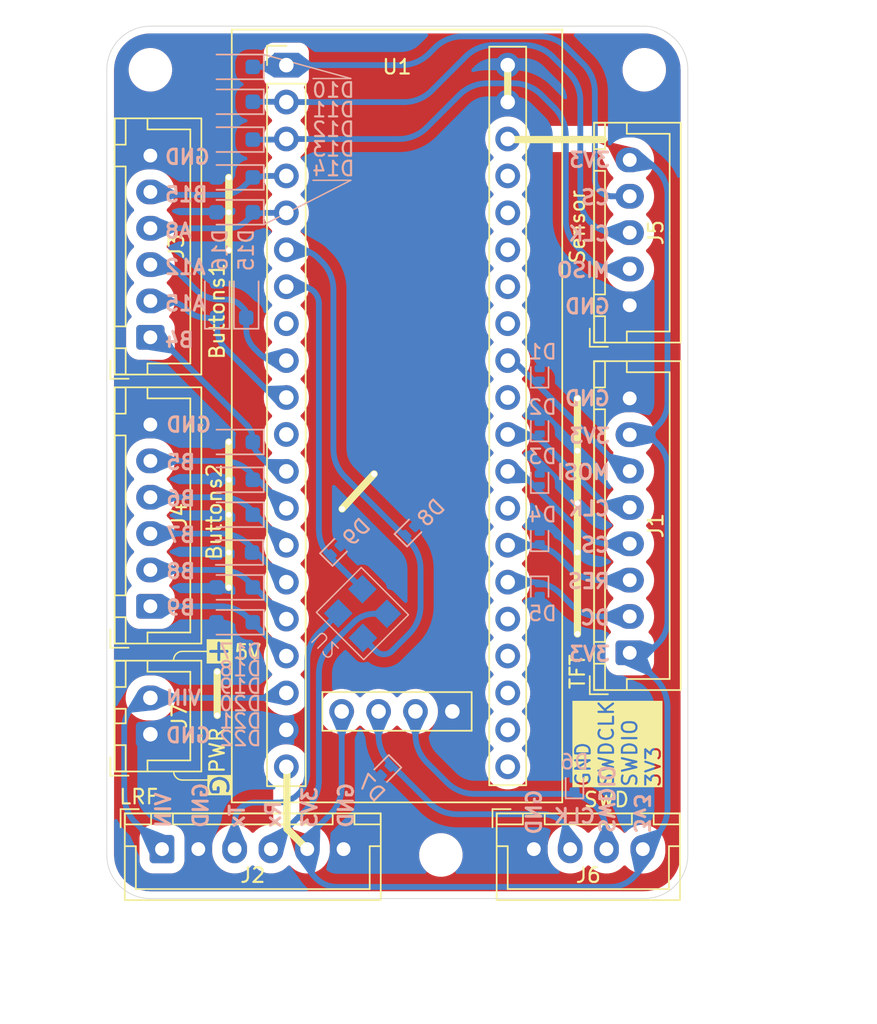
<source format=kicad_pcb>
(kicad_pcb (version 20241229) (generator "pcbnew") (generator_version "9.0")
  (layers (0 "F.Cu" signal) (2 "B.Cu" signal) (13 "F.Paste" user) (15 "B.Paste" user) (5 "F.SilkS" user "F.Silkscreen") (7 "B.SilkS" user "B.Silkscreen") (1 "F.Mask" user) (3 "B.Mask" user) (25 "Edge.Cuts" user))
  (net 0 "")
  (net 1 "GND")
  (net 2 "VIN")
  (net 3 "BTN-B7")
  (net 4 "BTN-B5")
  (net 5 "BTN-B9")
  (net 6 "MOSI-A7")
  (net 7 "CS-A4")
  (net 8 "MISO-B14")
  (net 9 "BTN-A15")
  (net 10 "CS-B12")
  (net 11 "BTN-A8")
  (net 12 "RES-A2")
  (net 13 "Tx-A9")
  (net 14 "DC-A1")
  (net 15 "Rx-A10")
  (net 16 "CLK-B13")
  (net 17 "BTN-B6")
  (net 18 "BTN-B8")
  (net 19 "CLK-A5")
  (net 20 "Net-(J2-Pin_4)")
  (net 21 "Net-(J2-Pin_3)")
  (net 31 "En-3.3v")
  (net 32 "SWDCLK")
  (net 33 "SWDIO")
  (net 34 "BTN-B4")
  (net 36 "BTN-A12")
  (net 39 "BTN-B15")
  (footprint "Connector_JST:JST_XH_B6B-XH-A_1x06_P2.50mm_Vertical" (layer "F.Cu") (at 63.6 76.4)
    (property "Reference" "J2")
    (property "Value" "Conn_01x06" (hide yes))
  )
  (footprint "Connector_JST:JST_XH_B8B-XH-A_1x08_P2.50mm_Vertical" (layer "F.Cu") (at 95.8 62.9 90)
    (property "Reference" "J1")
    (property "Value" "Conn_01x08" (hide yes))
  )
  (footprint "Connector_JST:JST_XH_B6B-XH-A_1x06_P2.50mm_Vertical" (layer "F.Cu") (at 62.8 59.7 90)
    (property "Reference" "J4")
    (property "Value" "Conn_01x06" (hide yes))
  )
  (footprint "MountingHole:MountingHole_2.5mm" (layer "F.Cu") (at 96.8 22.8)
    (property "Reference" "H2" (hide yes))
    (property "Value" "MountingHole" (hide yes))
  )
  (footprint "STM32_Developing_boards:YAAJ BluePill_SWD_2" (layer "F.Cu") (at 72.16 22.48)
    (property "Reference" "U1")
    (property "Value" "YAAJ_BluePill_SWD_Breakout" (hide yes))
  )
  (footprint "Connector_JST:JST_XH_B5B-XH-A_1x05_P2.50mm_Vertical" (layer "F.Cu") (at 95.8 39 90)
    (property "Reference" "J5")
    (property "Value" "Conn_01x05" (hide yes))
  )
  (footprint "MountingHole:MountingHole_2.5mm" (layer "F.Cu") (at 82.8 76.8)
    (property "Reference" "H3" (hide yes))
    (property "Value" "MountingHole" (hide yes))
  )
  (footprint "Connector_JST:JST_XH_B6B-XH-A_1x06_P2.50mm_Vertical" (layer "F.Cu") (at 62.8 41.2 90)
    (property "Reference" "J3")
    (property "Value" "Conn_01x06" (hide yes))
  )
  (footprint "MountingHole:MountingHole_2.5mm" (layer "F.Cu") (at 62.8 22.8)
    (property "Reference" "H1" (hide yes))
    (property "Value" "MountingHole" (hide yes))
  )
  (footprint "Connector_JST:JST_XH_B2B-XH-A_1x02_P2.50mm_Vertical" (layer "F.Cu") (at 62.8 68.5 90)
    (property "Reference" "J7")
    (property "Value" "Conn_01x02" (hide yes))
  )
  (footprint "Connector_JST:JST_XH_B4B-XH-A_1x04_P2.50mm_Vertical" (layer "F.Cu") (at 89.2 76.4)
    (property "Reference" "J6")
    (property "Value" "Conn_01x04" (hide yes))
  )
  (footprint "Diode_SMD:D_SOD-882D" (layer "B.Cu") (at 89.6 55 90)
    (property "Reference" "D4")
    (property "Value" "LESD8D3.3N3T5G" (hide yes))
  )
  (footprint "Poka Yoke rxtx:poka-yoke_rxtx" (layer "B.Cu") (at 75.195595 61.980141 -45)
    (property "Reference" "U2")
    (property "Value" "Poka Yoke" (hide yes))
  )
  (footprint "Diode_SMD:D_SOD-323_HandSoldering" (layer "B.Cu") (at 68.6 51 180)
    (property "Reference" "D18")
    (property "Value" "CESD5V0D3" (hide yes))
  )
  (footprint "Diode_SMD:D_SOD-323_HandSoldering" (layer "B.Cu") (at 68.55 56 180)
    (property "Reference" "D20")
    (property "Value" "CESD5V0D3" (hide yes))
  )
  (footprint "Diode_SMD:D_SOD-882D" (layer "B.Cu") (at 89.6 47.45 90)
    (property "Reference" "D2")
    (property "Value" "LESD8D3.3N3T5G" (hide yes))
  )
  (footprint "Diode_SMD:D_SOD-882D" (layer "B.Cu") (at 89.6 58.55 -90)
    (property "Reference" "D5")
    (property "Value" "LESD8D3.3N3T5G" (hide yes))
  )
  (footprint "Diode_SMD:D_SOD-323_HandSoldering" (layer "B.Cu") (at 68.6 48.4 180)
    (property "Reference" "D17")
    (property "Value" "CESD5V0D3" (hide yes))
  )
  (footprint "Diode_SMD:D_SOD-323_HandSoldering" (layer "B.Cu") (at 68.6 22.6 180)
    (property "Reference" "D10")
    (property "Value" "CESD5V0D3" (hide yes))
  )
  (footprint "Diode_SMD:D_SOD-882D" (layer "B.Cu") (at 89.6 43.75 90)
    (property "Reference" "D1")
    (property "Value" "LESD8D3.3N3T5G" (hide yes))
  )
  (footprint "Diode_SMD:D_SOD-882D" (layer "B.Cu") (at 80.682843 54.517157 45)
    (property "Reference" "D8")
    (property "Value" "LESD8D3.3N3T5G" (hide yes))
  )
  (footprint "Diode_SMD:D_SOD-323_HandSoldering" (layer "B.Cu") (at 68.6 27.6 180)
    (property "Reference" "D12")
    (property "Value" "CESD5V0D3" (hide yes))
  )
  (footprint "Diode_SMD:D_SOD-882D" (layer "B.Cu") (at 75.552513 55.847487 45)
    (property "Reference" "D9")
    (property "Value" "LESD8D3.3N3T5G" (hide yes))
  )
  (footprint "Diode_SMD:D_SOD-323_HandSoldering" (layer "B.Cu") (at 67.4 38.6 90)
    (property "Reference" "D16")
    (property "Value" "CESD5V0D3" (hide yes))
  )
  (footprint "Diode_SMD:D_SOD-882D" (layer "B.Cu") (at 79 71 -135)
    (property "Reference" "D7")
    (property "Value" "LESD8D3.3N3T5G" (hide yes))
  )
  (footprint "Diode_SMD:D_SOD-323_HandSoldering" (layer "B.Cu") (at 68.6 60.8 180)
    (property "Reference" "D22")
    (property "Value" "CESD5V0D3" (hide yes))
  )
  (footprint "Diode_SMD:D_SOD-323_HandSoldering" (layer "B.Cu") (at 68.6 32.6 180)
    (property "Reference" "D14")
    (property "Value" "CESD5V0D3" (hide yes))
  )
  (footprint "Diode_SMD:D_SOD-882D" (layer "B.Cu") (at 89.6 51 90)
    (property "Reference" "D3")
    (property "Value" "LESD8D3.3N3T5G" (hide yes))
  )
  (footprint "Diode_SMD:D_SOD-323_HandSoldering" (layer "B.Cu") (at 68.6 53.4 180)
    (property "Reference" "D19")
    (property "Value" "CESD5V0D3" (hide yes))
  )
  (footprint "Diode_SMD:D_SOD-323_HandSoldering" (layer "B.Cu") (at 68.6 25 180)
    (property "Reference" "D11")
    (property "Value" "CESD5V0D3" (hide yes))
  )
  (footprint "Diode_SMD:D_SOD-323_HandSoldering" (layer "B.Cu") (at 68.6 30.2 180)
    (property "Reference" "D13")
    (property "Value" "CESD5V0D3" (hide yes))
  )
  (footprint "Diode_SMD:D_SOD-882D" (layer "B.Cu") (at 92 72 90)
    (property "Reference" "D6")
    (property "Value" "LESD8D3.3N3T5G" (hide yes))
  )
  (footprint "Diode_SMD:D_SOD-323_HandSoldering" (layer "B.Cu") (at 69.4 38.6 90)
    (property "Reference" "D15")
    (property "Value" "CESD5V0D3" (hide yes))
  )
  (footprint "Diode_SMD:D_SOD-323_HandSoldering" (layer "B.Cu") (at 68.6 58.4 180)
    (property "Reference" "D21")
    (property "Value" "CESD5V0D3" (hide yes))
  )
  (gr_line (start 92.2 45.4) (end 92.2 61.6) (stroke (width 0.5)) (layer "F.SilkS"))
  (gr_arc (start 65 71.65) (mid 64.575736 71.474264) (end 64.4 71.05) (stroke (width 0.1)) (layer "F.SilkS"))
  (gr_line (start 76 53) (end 78.2 50.6) (stroke (width 0.5)) (layer "F.SilkS"))
  (gr_line (start 66.8 71.65) (end 65 71.65) (stroke (width 0.1)) (layer "F.SilkS"))
  (gr_line (start 87.4 27.6) (end 94 27.6) (stroke (width 0.5)) (layer "F.SilkS"))
  (gr_line (start 72.2 75) (end 73.6 76.4) (stroke (width 0.5)) (layer "F.SilkS"))
  (gr_line (start 68.2 30.2) (end 68.2 35.2) (stroke (width 0.5)) (layer "F.SilkS"))
  (gr_line (start 67.4 67.2) (end 67.4 64.2) (stroke (width 0.5)) (layer "F.SilkS"))
  (gr_line (start 72.2 70.8) (end 72.2 75) (stroke (width 0.5)) (layer "F.SilkS"))
  (gr_line (start 87.4 22.4) (end 87.4 25) (stroke (width 0.5)) (layer "F.SilkS"))
  (gr_line (start 68.2 48.4) (end 68.2 58.4) (stroke (width 0.5)) (layer "F.SilkS"))
  (gr_line (start 66.8 62.8) (end 65 62.8) (stroke (width 0.1)) (layer "F.SilkS"))
  (gr_arc (start 64.4 63.4) (mid 64.575736 62.975736) (end 65 62.8) (stroke (width 0.1)) (layer "F.SilkS"))
  (gr_line (start 76.6 30.4) (end 74 30.4) (stroke (width 0.1)) (layer "B.SilkS"))
  (gr_line (start 70.61 33.45) (end 76.6 30.4) (stroke (width 0.1)) (layer "B.SilkS"))
  (gr_line (start 76.6 23.4) (end 74 23.4) (stroke (width 0.1)) (layer "B.SilkS"))
  (gr_line (start 70.61 21.75) (end 76.6 23.4) (stroke (width 0.1)) (layer "B.SilkS"))
  (gr_line (start 96.8 79.8) (end 62.8 79.8) (stroke (width 0.05)) (layer "Edge.Cuts"))
  (gr_line (start 62.8 19.8) (end 96.8 19.8) (stroke (width 0.05)) (layer "Edge.Cuts"))
  (gr_arc (start 62.8 79.8) (mid 60.67868 78.92132) (end 59.8 76.8) (stroke (width 0.05)) (layer "Edge.Cuts"))
  (gr_arc (start 99.8 76.8) (mid 98.92132 78.92132) (end 96.8 79.8) (stroke (width 0.05)) (layer "Edge.Cuts"))
  (gr_arc (start 96.8 19.8) (mid 98.92132 20.67868) (end 99.8 22.8) (stroke (width 0.05)) (layer "Edge.Cuts"))
  (gr_arc (start 59.8 22.8) (mid 60.67868 20.67868) (end 62.8 19.8) (stroke (width 0.05)) (layer "Edge.Cuts"))
  (gr_line (start 99.8 22.8) (end 99.8 76.8) (stroke (width 0.05)) (layer "Edge.Cuts"))
  (gr_line (start 59.8 76.8) (end 59.8 22.8) (stroke (width 0.05)) (layer "Edge.Cuts"))
  (gr_text "GND\nSWDCLK\nSWDIO\n3V3" (at 95 72.2 90) (layer "F.SilkS" knockout) (effects (font (size 1 1)) (justify left)))
  (gr_text "+" (at 67.4 62.8 90) (layer "F.SilkS" knockout) (effects (font (size 1.5 1.5) (thickness 0.2) (bold yes))))
  (gr_text "5V" (at 69.5 62.85 0) (layer "F.SilkS") (effects (font (size 1 1))))
  (gr_text "G" (at 67.5 72 270) (layer "F.SilkS" knockout) (effects (font (size 1.2 1.5) (thickness 0.2) (bold yes))))
  (gr_text "B9" (at 66 60.378 -0) (layer "B.SilkS") (effects (font (size 1 1) (thickness 0.2) (bold yes)) (justify left bottom mirror)))
  (gr_text "GND" (at 67 28.8 0) (layer "B.SilkS") (effects (font (size 1 1) (thickness 0.2) (bold yes)) (justify left mirror)))
  (gr_text "CLK" (at 94.5464 34.664 0) (layer "B.SilkS") (effects (font (size 1 1) (thickness 0.2) (bold yes)) (justify left bottom mirror)))
  (gr_text "MISO" (at 94.5464 37.164 0) (layer "B.SilkS") (effects (font (size 1 1) (thickness 0.2) (bold yes)) (justify left bottom mirror)))
  (gr_text "3V3" (at 94.5464 29 -0) (layer "B.SilkS") (effects (font (size 1 1) (thickness 0.2) (bold yes)) (justify left mirror)))
  (gr_text "SWDIO" (at 93.6 75.4 270) (layer "B.SilkS") (effects (font (size 1 1) (thickness 0.2) (bold yes)) (justify left bottom mirror)))
  (gr_text "3V3" (at 94.5464 63.564 0) (layer "B.SilkS") (effects (font (size 1 1) (thickness 0.2) (bold yes)) (justify left bottom mirror)))
  (gr_text "CS\n" (at 94.5464 56.064 0) (layer "B.SilkS") (effects (font (size 1 1) (thickness 0.2) (bold yes)) (justify left bottom mirror)))
  (gr_text "B7" (at 66 55.378 -0) (layer "B.SilkS") (effects (font (size 1 1) (thickness 0.2) (bold yes)) (justify left bottom mirror)))
  (gr_text "VIN" (at 66.4 66 -0) (layer "B.SilkS") (effects (font (size 1 1) (thickness 0.2) (bold yes)) (justify left mirror)))
  (gr_text "RES" (at 94.5464 58.564 0) (layer "B.SilkS") (effects (font (size 1 1) (thickness 0.2) (bold yes)) (justify left bottom mirror)))
  (gr_text "GND" (at 67.095238 47.214 0) (layer "B.SilkS") (effects (font (size 1 1) (thickness 0.2) (bold yes)) (justify left mirror)))
  (gr_text "A8" (at 65.761905 34.464 -0) (layer "B.SilkS") (effects (font (size 1 1) (thickness 0.2) (bold yes)) (justify left bottom mirror)))
  (gr_text "CS" (at 94.5464 32.164 0) (layer "B.SilkS") (effects (font (size 1 1) (thickness 0.2) (bold yes)) (justify left bottom mirror)))
  (gr_text "GND" (at 66.852381 71.733333 90) (layer "B.SilkS") (effects (font (size 1 1) (thickness 0.2) (bold yes)) (justify left bottom mirror)))
  (gr_text "3V3" (at 94.5464 48.564 0) (layer "B.SilkS") (effects (font (size 1 1) (thickness 0.2) (bold yes)) (justify left bottom mirror)))
  (gr_text "MOSI" (at 94.5464 51.064 0) (layer "B.SilkS") (effects (font (size 1 1) (thickness 0.2) (bold yes)) (justify left bottom mirror)))
  (gr_text "B8" (at 66 57.878 -0) (layer "B.SilkS") (effects (font (size 1 1) (thickness 0.2) (bold yes)) (justify left bottom mirror)))
  (gr_text "A12" (at 66.714286 36.964 -0) (layer "B.SilkS") (effects (font (size 1 1) (thickness 0.2) (bold yes)) (justify left bottom mirror)))
  (gr_text "B15" (at 66.857143 31.964 -0) (layer "B.SilkS") (effects (font (size 1 1) (thickness 0.2) (bold yes)) (justify left bottom mirror)))
  (gr_text "CLK" (at 94.5464 53.564 0) (layer "B.SilkS") (effects (font (size 1 1) (thickness 0.2) (bold yes)) (justify left bottom mirror)))
  (gr_text "3v3" (at 96.036 75.4 270) (layer "B.SilkS") (effects (font (size 1 1) (thickness 0.2) (bold yes)) (justify left bottom mirror)))
  (gr_text "B6" (at 66 52.878 -0) (layer "B.SilkS") (effects (font (size 1 1) (thickness 0.2) (bold yes)) (justify left bottom mirror)))
  (gr_text "VIN" (at 63.688381 72.4 90) (layer "B.SilkS") (effects (font (size 1 1) (thickness 0.2) (bold yes)) (justify left mirror)))
  (gr_text "CLK" (at 93.54106 74.728 0) (layer "B.SilkS") (effects (font (size 1 1) (thickness 0.2) (bold yes)) (justify left bottom mirror)))
  (gr_text "B5" (at 66 50.378 -0) (layer "B.SilkS") (effects (font (size 1 1) (thickness 0.2) (bold yes)) (justify left bottom mirror)))
  (gr_text "GND" (at 94.5464 39.664 -0) (layer "B.SilkS") (effects (font (size 1 1) (thickness 0.2) (bold yes)) (justify left bottom mirror)))
  (gr_text "B4" (at 65.904762 41.964 -0) (layer "B.SilkS") (effects (font (size 1 1) (thickness 0.2) (bold yes)) (justify left bottom mirror)))
  (gr_text "DC" (at 94.5464 61.064 0) (layer "B.SilkS") (effects (font (size 1 1) (thickness 0.2) (bold yes)) (justify left bottom mirror)))
  (gr_text "Rx" (at 71.852381 72.971428 90) (layer "B.SilkS") (effects (font (size 1 1) (thickness 0.2) (bold yes)) (justify left bottom mirror)))
  (gr_text "A15" (at 66.714286 39.464 -0) (layer "B.SilkS") (effects (font (size 1 1) (thickness 0.2) (bold yes)) (justify left bottom mirror)))
  (gr_text "GND" (at 89.8 72.2 90) (layer "B.SilkS") (effects (font (size 1 1) (thickness 0.2) (bold yes)) (justify left bottom mirror)))
  (gr_text "GND" (at 67.066667 69.164 -0) (layer "B.SilkS") (effects (font (size 1 1) (thickness 0.2) (bold yes)) (justify left bottom mirror)))
  (gr_text "GND\n" (at 94.5464 45.4 0) (layer "B.SilkS") (effects (font (size 1 1) (thickness 0.2) (bold yes)) (justify left mirror)))
  (gr_text "Tx" (at 69.352381 73.209523 90) (layer "B.SilkS") (effects (font (size 1 1) (thickness 0.2) (bold yes)) (justify left bottom mirror)))
  (gr_text "GND" (at 76.852381 71.733333 90) (layer "B.SilkS") (effects (font (size 1 1) (thickness 0.2) (bold yes)) (justify left bottom mirror)))
  (gr_text "3V3" (at 74.352381 72.019047 90) (layer "B.SilkS") (effects (font (size 1 1) (thickness 0.2) (bold yes)) (justify left bottom mirror)))
  (segment (start 87.4 22.48) (end 87.4 25.02) (width 0.4) (layer "F.Cu") (net 1))
  (via (at 92.2 45.4) (size 0.7) (drill 0.4) (layers "F.Cu" "B.Cu") (net 1))
  (via (at 68.2 53.4) (size 0.7) (drill 0.4) (layers "F.Cu" "B.Cu") (net 1))
  (via (at 92.2 52.6) (size 0.7) (drill 0.4) (layers "F.Cu" "B.Cu") (net 1))
  (via (at 68.2 32.6) (size 0.7) (drill 0.4) (layers "F.Cu" "B.Cu") (net 1))
  (via (at 92.2 56) (size 0.7) (drill 0.4) (layers "F.Cu" "B.Cu") (net 1))
  (via (at 67.4 67.2) (size 0.7) (drill 0.4) (layers "F.Cu" "B.Cu") (net 1))
  (via (at 67.4 64.2) (size 0.7) (drill 0.4) (layers "F.Cu" "B.Cu") (net 1))
  (via (at 92.2 61.6) (size 0.7) (drill 0.4) (layers "F.Cu" "B.Cu") (net 1))
  (via (at 68.2 30.2) (size 0.7) (drill 0.4) (layers "F.Cu" "B.Cu") (net 1))
  (via (at 68.2 56) (size 0.7) (drill 0.4) (layers "F.Cu" "B.Cu") (net 1))
  (via (at 68.2 58.4) (size 0.7) (drill 0.4) (layers "F.Cu" "B.Cu") (net 1))
  (via (at 76 53) (size 0.7) (drill 0.4) (layers "F.Cu" "B.Cu") (net 1))
  (via (at 68.2 51) (size 0.7) (drill 0.4) (layers "F.Cu" "B.Cu") (net 1))
  (via (at 68.2 48.4) (size 0.7) (drill 0.4) (layers "F.Cu" "B.Cu") (net 1))
  (via (at 78.2 50.6) (size 0.7) (drill 0.4) (layers "F.Cu" "B.Cu") (net 1))
  (via (at 68.2 35.2) (size 0.7) (drill 0.4) (layers "F.Cu" "B.Cu") (net 1))
  (via (at 92.2 49) (size 0.7) (drill 0.4) (layers "F.Cu" "B.Cu") (net 1))
  (segment (start 90 27.375807) (end 90 35.273018) (width 0.4) (layer "B.Cu") (net 1))
  (segment (start 72.01 68.35) (end 72.16 68.2) (width 0.4) (layer "B.Cu") (net 1))
  (segment (start 66.1 72.926981) (end 66.1 76.4) (width 0.4) (layer "B.Cu") (net 1))
  (segment (start 93.726981 39) (end 95.8 39) (width 0.4) (layer "B.Cu") (net 1))
  (segment (start 60.8 30.193718) (end 60.8 46.175735) (width 0.4) (layer "B.Cu") (net 1))
  (segment (start 89.051335 25.451335) (end 89.31 25.71) (width 0.4) (layer "B.Cu") (net 1))
  (segment (start 62.2375 28.7) (end 62.8 28.7) (width 0.4) (layer "B.Cu") (net 1))
  (segment (start 61.824264 47.2) (end 62.8 47.2) (width 0.4) (layer "B.Cu") (net 1))
  (segment (start 90.796896 37.196896) (end 91.803103 38.203103) (width 0.4) (layer "B.Cu") (net 1))
  (segment (start 62.8 68.5) (end 65.303103 71.003103) (width 0.4) (layer "B.Cu") (net 1))
  (segment (start 62.8 68.5) (end 71.647867 68.5) (width 0.4) (layer "B.Cu") (net 1))
  (segment (start 95.8 39) (end 95.8 45.4) (width 0.4) (layer "B.Cu") (net 1))
  (segment (start 88.01 25.02) (end 87.4 25.02) (width 0.4) (layer "B.Cu") (net 1))
  (segment (start 61.237499 29.137499) (end 61.277252 29.097747) (width 0.4) (layer "B.Cu") (net 1))
  (arc (start 89.051335 25.451335) (mid 88.573566 25.1321) (end 88.01 25.02) (width 0.4) (layer "B.Cu") (net 1))
  (arc (start 90 27.375807) (mid 89.820674 26.474278) (end 89.31 25.71) (width 0.4) (layer "B.Cu") (net 1))
  (arc (start 91.803103 38.203103) (mid 92.685786 38.792893) (end 93.726981 39) (width 0.4) (layer "B.Cu") (net 1))
  (arc (start 90.796896 37.196896) (mid 90.207106 36.314213) (end 90 35.273018) (width 0.4) (layer "B.Cu") (net 1))
  (arc (start 60.8 30.193718) (mid 60.913702 29.622096) (end 61.237499 29.137499) (width 0.4) (layer "B.Cu") (net 1))
  (arc (start 61.824264 47.2) (mid 61.432295 47.122032) (end 61.1 46.9) (width 0.4) (layer "B.Cu") (net 1))
  (arc (start 65.303103 71.003103) (mid 65.892893 71.885786) (end 66.1 72.926981) (width 0.4) (layer "B.Cu") (net 1))
  (arc (start 71.647867 68.5) (mid 71.843852 68.461016) (end 72.01 68.35) (width 0.4) (layer "B.Cu") (net 1))
  (arc (start 61.1 46.9) (mid 60.877967 46.567704) (end 60.8 46.175735) (width 0.4) (layer "B.Cu") (net 1))
  (arc (start 62.2375 28.7) (mid 61.717817 28.803371) (end 61.277252 29.097747) (width 0.4) (layer "B.Cu") (net 1))
  (segment (start 62.5 66) (end 62.8 66) (width 0.4) (layer "B.Cu") (net 2))
  (segment (start 61 68.048528) (end 61 72.673018) (width 0.4) (layer "B.Cu") (net 2))
  (segment (start 71.579583 66) (end 63.4 66) (width 0.4) (layer "B.Cu") (net 2))
  (segment (start 61.987867 66.212132) (end 61.6 66.6) (width 0.4) (layer "B.Cu") (net 2))
  (segment (start 63.4 66) (end 62.8 66) (width 0.4) (layer "B.Cu") (net 2))
  (segment (start 71.99 65.83) (end 72.16 65.66) (width 0.4) (layer "B.Cu") (net 2))
  (segment (start 61.796896 74.596896) (end 63.6 76.4) (width 0.4) (layer "B.Cu") (net 2))
  (arc (start 61 72.673018) (mid 61.207106 73.714213) (end 61.796896 74.596896) (width 0.4) (layer "B.Cu") (net 2))
  (arc (start 71.99 65.83) (mid 71.801699 65.955818) (end 71.579583 66) (width 0.4) (layer "B.Cu") (net 2))
  (arc (start 61.987867 66.212132) (mid 62.222835 66.055131) (end 62.5 66) (width 0.4) (layer "B.Cu") (net 2))
  (arc (start 61 68.048528) (mid 61.155934 67.26459) (end 61.6 66.6) (width 0.4) (layer "B.Cu") (net 2))
  (segment (start 67.693018 54.7) (end 62.8 54.7) (width 0.4) (layer "B.Cu") (net 3))
  (segment (start 69.616896 55.496896) (end 72.16 58.04) (width 0.4) (layer "B.Cu") (net 3))
  (arc (start 69.616896 55.496896) (mid 68.734213 54.907106) (end 67.693018 54.7) (width 0.4) (layer "B.Cu") (net 3))
  (segment (start 69.696896 50.496896) (end 72.16 52.96) (width 0.4) (layer "B.Cu") (net 4))
  (segment (start 67.773018 49.7) (end 62.8 49.7) (width 0.4) (layer "B.Cu") (net 4))
  (arc (start 69.696896 50.496896) (mid 68.814213 49.907106) (end 67.773018 49.7) (width 0.4) (layer "B.Cu") (net 4))
  (segment (start 69.536896 60.496896) (end 72.16 63.12) (width 0.4) (layer "B.Cu") (net 5))
  (segment (start 67.613018 59.7) (end 62.8 59.7) (width 0.4) (layer "B.Cu") (net 5))
  (arc (start 69.536896 60.496896) (mid 68.654213 59.907106) (end 67.613018 59.7) (width 0.4) (layer "B.Cu") (net 5))
  (segment (start 95.258578 50.258578) (end 87.941421 42.941421) (width 0.4) (layer "B.Cu") (net 6))
  (segment (start 95.6 50.4) (end 95.8 50.4) (width 0.4) (layer "B.Cu") (net 6))
  (segment (start 87.6 42.8) (end 87.4 42.8) (width 0.4) (layer "B.Cu") (net 6))
  (arc (start 87.6 42.8) (mid 87.784775 42.836754) (end 87.941421 42.941421) (width 0.4) (layer "B.Cu") (net 6))
  (arc (start 95.258578 50.258578) (mid 95.415223 50.363245) (end 95.6 50.4) (width 0.4) (layer "B.Cu") (net 6))
  (segment (start 95.792928 55.4) (end 94.326981 55.4) (width 0.4) (layer "B.Cu") (net 7))
  (segment (start 95.805 55.405) (end 95.81 55.41) (width 0.4) (layer "B.Cu") (net 7))
  (segment (start 88.509913 50.709913) (end 92.403103 54.603103) (width 0.4) (layer "B.Cu") (net 7))
  (segment (start 87.81 50.42) (end 87.4 50.42) (width 0.4) (layer "B.Cu") (net 7))
  (arc (start 88.509913 50.709913) (mid 88.18879 50.495345) (end 87.81 50.42) (width 0.4) (layer "B.Cu") (net 7))
  (arc (start 95.792928 55.4) (mid 95.799461 55.401299) (end 95.805 55.405) (width 0.4) (layer "B.Cu") (net 7))
  (arc (start 92.403103 54.603103) (mid 93.285786 55.192893) (end 94.326981 55.4) (width 0.4) (layer "B.Cu") (net 7))
  (segment (start 81.836896 26.763103) (end 84.072103 24.527896) (width 0.4) (layer "B.Cu") (net 8))
  (segment (start 90.603103 25.403103) (end 89.727896 24.527896) (width 0.4) (layer "B.Cu") (net 8))
  (segment (start 91.4 27.326981) (end 91.4 33.073018) (width 0.4) (layer "B.Cu") (net 8))
  (segment (start 94.7 36.5) (end 95.7 36.5) (width 0.4) (layer "B.Cu") (net 8))
  (segment (start 92.992893 35.792893) (end 92.196896 34.996896) (width 0.4) (layer "B.Cu") (net 8))
  (segment (start 72.091715 27.6) (end 69.85 27.6) (width 0.4) (layer "B.Cu") (net 8))
  (segment (start 85.995981 23.731) (end 87.804018 23.731) (width 0.4) (layer "B.Cu") (net 8))
  (segment (start 79.913018 27.56) (end 72.188284 27.56) (width 0.4) (layer "B.Cu") (net 8))
  (arc (start 72.14 27.58) (mid 72.117846 27.594802) (end 72.091715 27.6) (width 0.4) (layer "B.Cu") (net 8))
  (arc (start 94.7 36.5) (mid 93.77612 36.316228) (end 92.992893 35.792893) (width 0.4) (layer "B.Cu") (net 8))
  (arc (start 72.14 27.58) (mid 72.162152 27.565197) (end 72.188284 27.56) (width 0.4) (layer "B.Cu") (net 8))
  (arc (start 79.913018 27.56) (mid 80.954213 27.352893) (end 81.836896 26.763103) (width 0.4) (layer "B.Cu") (net 8))
  (arc (start 89.727896 24.527896) (mid 88.845213 23.938106) (end 87.804018 23.731) (width 0.4) (layer "B.Cu") (net 8))
  (arc (start 91.4 27.326981) (mid 91.192893 26.285786) (end 90.603103 25.403103) (width 0.4) (layer "B.Cu") (net 8))
  (arc (start 84.072103 24.527896) (mid 84.954786 23.938106) (end 85.995981 23.731) (width 0.4) (layer "B.Cu") (net 8))
  (arc (start 91.4 33.073018) (mid 91.607106 34.114213) (end 92.196896 34.996896) (width 0.4) (layer "B.Cu") (net 8))
  (segment (start 71.75 45.34) (end 72.16 45.34) (width 0.4) (layer "B.Cu") (net 9))
  (segment (start 63.886827 38.7) (end 62.8 38.7) (width 0.4) (layer "B.Cu") (net 9))
  (segment (start 67.948007 41.948007) (end 71.050086 45.050086) (width 0.4) (layer "B.Cu") (net 9))
  (segment (start 65.301992 39.301992) (end 65.275 39.275) (width 0.4) (layer "B.Cu") (net 9))
  (arc (start 71.75 45.34) (mid 71.371209 45.264653) (end 71.050086 45.050086) (width 0.4) (layer "B.Cu") (net 9))
  (arc (start 67.4 40.625) (mid 67.542422 41.341006) (end 67.948007 41.948007) (width 0.4) (layer "B.Cu") (net 9))
  (arc (start 65.301992 39.301992) (mid 65.908993 39.707577) (end 66.625 39.85) (width 0.4) (layer "B.Cu") (net 9))
  (arc (start 65.275 39.275) (mid 64.6381 38.849437) (end 63.886827 38.7) (width 0.4) (layer "B.Cu") (net 9))
  (arc (start 67.4 40.625) (mid 67.173007 40.076992) (end 66.625 39.85) (width 0.4) (layer "B.Cu") (net 9))
  (segment (start 89.574018 20.501) (end 84.298999 20.501) (width 0.4) (layer "B.Cu") (net 10))
  (segment (start 71.955147 22.6) (end 69.85 22.6) (width 0.4) (layer "B.Cu") (net 10))
  (segment (start 93.6866 31.080849) (end 93.701841 31.098694) (width 0.4) (layer "B.Cu") (net 10))
  (segment (start 93.4 24.326981) (end 93.4 30.281556) (width 0.4) (layer "B.Cu") (net 10))
  (segment (start 82.375121 21.297896) (end 81.989914 21.683103) (width 0.4) (layer "B.Cu") (net 10))
  (segment (start 94.618442 31.5) (end 95.8 31.5) (width 0.4) (layer "B.Cu") (net 10))
  (segment (start 80.066036 22.48) (end 72.244852 22.48) (width 0.4) (layer "B.Cu") (net 10))
  (segment (start 93.402215 30.375357) (end 93.404057 30.398752) (width 0.4) (layer "B.Cu") (net 10))
  (segment (start 92.603103 22.403103) (end 91.497896 21.297896) (width 0.4) (layer "B.Cu") (net 10))
  (segment (start 93.801312 31.198151) (end 93.819157 31.213392) (width 0.4) (layer "B.Cu") (net 10))
  (segment (start 94.501248 31.495931) (end 94.524643 31.497772) (width 0.4) (layer "B.Cu") (net 10))
  (arc (start 94.225828 31.441142) (mid 94.181509 31.425773) (end 94.137828 31.408676) (width 0.4) (layer "B.Cu") (net 10))
  (arc (start 94.052646 31.369406) (mid 94.094851 31.389877) (end 94.137828 31.408676) (width 0.4) (layer "B.Cu") (net 10))
  (arc (start 93.458847 30.674174) (mid 93.445229 30.629285) (end 93.433385 30.583897) (width 0.4) (layer "B.Cu") (net 10))
  (arc (start 82.375121 21.297896) (mid 83.257804 20.708106) (end 84.298999 20.501) (width 0.4) (layer "B.Cu") (net 10))
  (arc (start 94.4081 31.484905) (mid 94.454566 31.491332) (end 94.501248 31.495931) (width 0.4) (layer "B.Cu") (net 10))
  (arc (start 94.524643 31.497772) (mid 94.548056 31.499202) (end 94.571506 31.499807) (width 0.4) (layer "B.Cu") (net 10))
  (arc (start 93.970807 31.323573) (mid 93.9313 31.298283) (end 93.892818 31.271462) (width 0.4) (layer "B.Cu") (net 10))
  (arc (start 93.400187 30.328493) (mid 93.400046 30.305024) (end 93.4 30.281556) (width 0.4) (layer "B.Cu") (net 10))
  (arc (start 93.766733 31.166454) (mid 93.750068 31.14993) (end 93.733541 31.13327) (width 0.4) (layer "B.Cu") (net 10))
  (arc (start 91.497896 21.297896) (mid 90.615213 20.708106) (end 89.574018 20.501) (width 0.4) (layer "B.Cu") (net 10))
  (arc (start 93.970807 31.323573) (mid 94.011276 31.347293) (end 94.052646 31.369406) (width 0.4) (layer "B.Cu") (net 10))
  (arc (start 93.801312 31.198151) (mid 93.783744 31.182606) (end 93.766733 31.166454) (width 0.4) (layer "B.Cu") (net 10))
  (arc (start 94.4081 31.484905) (mid 94.361922 31.476657) (end 94.316104 31.466604) (width 0.4) (layer "B.Cu") (net 10))
  (arc (start 93.701841 31.098694) (mid 93.717387 31.11626) (end 93.733541 31.13327) (width 0.4) (layer "B.Cu") (net 10))
  (arc (start 72.244852 22.48) (mid 72.166458 22.495593) (end 72.1 22.54) (width 0.4) (layer "B.Cu") (net 10))
  (arc (start 93.491314 30.762175) (mid 93.510112 30.805151) (end 93.530584 30.847357) (width 0.4) (layer "B.Cu") (net 10))
  (arc (start 93.400187 30.328493) (mid 93.400787 30.351942) (end 93.402215 30.375357) (width 0.4) (layer "B.Cu") (net 10))
  (arc (start 93.530584 30.847357) (mid 93.552697 30.888727) (end 93.576417 30.929197) (width 0.4) (layer "B.Cu") (net 10))
  (arc (start 94.571506 31.499807) (mid 94.594974 31.499951) (end 94.618442 31.5) (width 0.4) (layer "B.Cu") (net 10))
  (arc (start 93.6866 31.080849) (mid 93.656841 31.044588) (end 93.628529 31.007187) (width 0.4) (layer "B.Cu") (net 10))
  (arc (start 93.458847 30.674174) (mid 93.474216 30.718493) (end 93.491314 30.762175) (width 0.4) (layer "B.Cu") (net 10))
  (arc (start 80.066036 22.48) (mid 81.107231 22.272893) (end 81.989914 21.683103) (width 0.4) (layer "B.Cu") (net 10))
  (arc (start 93.433385 30.583897) (mid 93.423331 30.538078) (end 93.415084 30.4919) (width 0.4) (layer "B.Cu") (net 10))
  (arc (start 93.628529 31.007187) (mid 93.601707 30.968703) (end 93.576417 30.929197) (width 0.4) (layer "B.Cu") (net 10))
  (arc (start 94.225828 31.441142) (mid 94.270716 31.454759) (end 94.316104 31.466604) (width 0.4) (layer "B.Cu") (net 10))
  (arc (start 92.603103 22.403103) (mid 93.192893 23.285786) (end 93.4 24.326981) (width 0.4) (layer "B.Cu") (net 10))
  (arc (start 93.819157 31.213392) (mid 93.855417 31.24315) (end 93.892818 31.271462) (width 0.4) (layer "B.Cu") (net 10))
  (arc (start 93.415084 30.4919) (mid 93.408656 30.445434) (end 93.404057 30.398752) (width 0.4) (layer "B.Cu") (net 10))
  (arc (start 71.955147 22.6) (mid 72.03354 22.584406) (end 72.1 22.54) (width 0.4) (layer "B.Cu") (net 10))
  (segment (start 70.709533 32.64) (end 72.16 32.64) (width 0.4) (layer "B.Cu") (net 11))
  (segment (start 68.150466 33.7) (end 62.8 33.7) (width 0.4) (layer "B.Cu") (net 11))
  (arc (start 69.43 33.17) (mid 70.017054 32.777742) (end 70.709533 32.64) (width 0.4) (layer "B.Cu") (net 11))
  (arc (start 68.150466 33.7) (mid 68.842944 33.562257) (end 69.43 33.17) (width 0.4) (layer "B.Cu") (net 11))
  (segment (start 88.973018 55.5) (end 87.4 55.5) (width 0.4) (layer "B.Cu") (net 12))
  (segment (start 93.626981 57.9) (end 95.8 57.9) (width 0.4) (layer "B.Cu") (net 12))
  (segment (start 90.896896 56.296896) (end 91.703103 57.103103) (width 0.4) (layer "B.Cu") (net 12))
  (arc (start 93.626981 57.9) (mid 92.585786 57.692893) (end 91.703103 57.103103) (width 0.4) (layer "B.Cu") (net 12))
  (arc (start 90.896896 56.296896) (mid 90.014213 55.707106) (end 88.973018 55.5) (width 0.4) (layer "B.Cu") (net 12))
  (segment (start 78.320623 62.770303) (end 77.423688 61.873368) (width 0.4) (layer "B.Cu") (net 13))
  (segment (start 81.4 57.126981) (end 81.4 59.673018) (width 0.4) (layer "B.Cu") (net 13))
  (segment (start 75.4 37.926981) (end 75.4 48.873018) (width 0.4) (layer "B.Cu") (net 13))
  (segment (start 79.429696 62.770303) (end 80.603103 61.596896) (width 0.4) (layer "B.Cu") (net 13))
  (segment (start 76.196896 50.796896) (end 80.603103 55.203103) (width 0.4) (layer "B.Cu") (net 13))
  (segment (start 74.603103 36.003103) (end 74.352756 35.752756) (width 0.4) (layer "B.Cu") (net 13))
  (segment (start 72.97 35.18) (end 72.16 35.18) (width 0.4) (layer "B.Cu") (net 13))
  (arc (start 78.87516 63) (mid 79.175272 62.940303) (end 79.429696 62.770303) (width 0.4) (layer "B.Cu") (net 13))
  (arc (start 80.603103 55.203103) (mid 81.192893 56.085786) (end 81.4 57.126981) (width 0.4) (layer "B.Cu") (net 13))
  (arc (start 75.4 37.926981) (mid 75.192893 36.885786) (end 74.603103 36.003103) (width 0.4) (layer "B.Cu") (net 13))
  (arc (start 76.196896 50.796896) (mid 75.607106 49.914213) (end 75.4 48.873018) (width 0.4) (layer "B.Cu") (net 13))
  (arc (start 81.4 59.673018) (mid 81.192893 60.714213) (end 80.603103 61.596896) (width 0.4) (layer "B.Cu") (net 13))
  (arc (start 78.87516 63) (mid 78.575046 62.940303) (end 78.320623 62.770303) (width 0.4) (layer "B.Cu") (net 13))
  (arc (start 72.97 35.18) (mid 73.718342 35.328854) (end 74.352756 35.752756) (width 0.4) (layer "B.Cu") (net 13))
  (segment (start 89.113018 58.04) (end 87.4 58.04) (width 0.4) (layer "B.Cu") (net 14))
  (segment (start 93.726981 60.4) (end 95.8 60.4) (width 0.4) (layer "B.Cu") (net 14))
  (segment (start 91.803103 59.603103) (end 91.036896 58.836896) (width 0.4) (layer "B.Cu") (net 14))
  (arc (start 91.803103 59.603103) (mid 92.685786 60.192893) (end 93.726981 60.4) (width 0.4) (layer "B.Cu") (net 14))
  (arc (start 89.113018 58.04) (mid 90.154213 58.247106) (end 91.036896 58.836896) (width 0.4) (layer "B.Cu") (net 14))
  (segment (start 75.196896 56.324588) (end 77.395404 58.523096) (width 0.4) (layer "B.Cu") (net 15))
  (segment (start 73.239167 37.72) (end 72.16 37.72) (width 0.4) (layer "B.Cu") (net 15))
  (segment (start 74.4 38.880832) (end 74.4 54.40071) (width 0.4) (layer "B.Cu") (net 15))
  (arc (start 74.4 38.880832) (mid 74.311636 38.436601) (end 74.06 38.06) (width 0.4) (layer "B.Cu") (net 15))
  (arc (start 73.239167 37.72) (mid 73.683398 37.808363) (end 74.06 38.06) (width 0.4) (layer "B.Cu") (net 15))
  (arc (start 75.196896 56.324588) (mid 74.607106 55.441905) (end 74.4 54.40071) (width 0.4) (layer "B.Cu") (net 15))
  (segment (start 88.575018 21.102) (end 86.42498 21.102) (width 0.4) (layer "B.Cu") (net 16))
  (segment (start 80.253018 25.02) (end 72.174142 25.02) (width 0.4) (layer "B.Cu") (net 16))
  (segment (start 82.176896 24.223103) (end 84.501102 21.898896) (width 0.4) (layer "B.Cu") (net 16))
  (segment (start 91.603103 23.003103) (end 90.498896 21.898896) (width 0.4) (layer "B.Cu") (net 16))
  (segment (start 94.789949 34) (end 95.8 34) (width 0.4) (layer "B.Cu") (net 16))
  (segment (start 72.125857 25) (end 69.85 25) (width 0.4) (layer "B.Cu") (net 16))
  (segment (start 92.4 24.926981) (end 92.4 31.61005) (width 0.4) (layer "B.Cu") (net 16))
  (arc (start 93.1 33.3) (mid 92.581924 32.524644) (end 92.4 31.61005) (width 0.4) (layer "B.Cu") (net 16))
  (arc (start 82.176896 24.223103) (mid 81.294213 24.812893) (end 80.253018 25.02) (width 0.4) (layer "B.Cu") (net 16))
  (arc (start 91.603103 23.003103) (mid 92.192893 23.885786) (end 92.4 24.926981) (width 0.4) (layer "B.Cu") (net 16))
  (arc (start 84.501102 21.898896) (mid 85.383785 21.309106) (end 86.42498 21.102) (width 0.4) (layer "B.Cu") (net 16))
  (arc (start 93.1 33.3) (mid 93.875355 33.818075) (end 94.789949 34) (width 0.4) (layer "B.Cu") (net 16))
  (arc (start 72.15 25.01) (mid 72.161076 25.017401) (end 72.174142 25.02) (width 0.4) (layer "B.Cu") (net 16))
  (arc (start 88.575018 21.102) (mid 89.616213 21.309106) (end 90.498896 21.898896) (width 0.4) (layer "B.Cu") (net 16))
  (arc (start 72.15 25.01) (mid 72.138923 25.002598) (end 72.125857 25) (width 0.4) (layer "B.Cu") (net 16))
  (segment (start 69.656896 52.996896) (end 72.16 55.5) (width 0.4) (layer "B.Cu") (net 17))
  (segment (start 67.733018 52.2) (end 62.8 52.2) (width 0.4) (layer "B.Cu") (net 17))
  (arc (start 67.733018 52.2) (mid 68.774213 52.407106) (end 69.656896 52.996896) (width 0.4) (layer "B.Cu") (net 17))
  (segment (start 67.653018 57.2) (end 62.8 57.2) (width 0.4) (layer "B.Cu") (net 18))
  (segment (start 69.576896 57.996896) (end 72.16 60.58) (width 0.4) (layer "B.Cu") (net 18))
  (arc (start 67.653018 57.2) (mid 68.694213 57.407106) (end 69.576896 57.996896) (width 0.4) (layer "B.Cu") (net 18))
  (segment (start 95.05 52.9) (end 95.8 52.9) (width 0.4) (layer "B.Cu") (net 19))
  (segment (start 93.769669 52.369669) (end 89.94468 48.54468) (width 0.4) (layer "B.Cu") (net 19))
  (segment (start 88.34 47.88) (end 87.4 47.88) (width 0.4) (layer "B.Cu") (net 19))
  (arc (start 88.34 47.88) (mid 89.208446 48.052744) (end 89.94468 48.54468) (width 0.4) (layer "B.Cu") (net 19))
  (arc (start 93.769669 52.369669) (mid 94.35709 52.762171) (end 95.05 52.9) (width 0.4) (layer "B.Cu") (net 19))
  (segment (start 76.787624 60.812374) (end 75.196896 62.403103) (width 0.4) (layer "B.Cu") (net 20))
  (segment (start 74.4 71.673018) (end 74.4 64.326981) (width 0.4) (layer "B.Cu") (net 20))
  (segment (start 71.1 76.25) (end 71.1 76.4) (width 0.4) (layer "B.Cu") (net 20))
  (segment (start 78.236153 60.212374) (end 79.084682 60.212374) (width 0.4) (layer "B.Cu") (net 20))
  (segment (start 71.206065 75.993933) (end 73.603103 73.596896) (width 0.4) (layer "B.Cu") (net 20))
  (arc (start 75.196896 62.403103) (mid 74.607106 63.285786) (end 74.4 64.326981) (width 0.4) (layer "B.Cu") (net 20))
  (arc (start 73.603103 73.596896) (mid 74.192893 72.714213) (end 74.4 71.673018) (width 0.4) (layer "B.Cu") (net 20))
  (arc (start 76.787624 60.812374) (mid 77.452215 60.368308) (end 78.236153 60.212374) (width 0.4) (layer "B.Cu") (net 20))
  (arc (start 71.206065 75.993933) (mid 71.127565 76.111417) (end 71.1 76.25) (width 0.4) (layer "B.Cu") (net 20))
  (segment (start 69.965685 73.2) (end 71.551471 73.2) (width 0.4) (layer "B.Cu") (net 21))
  (segment (start 73.6 63.445481) (end 73.6 71.151471) (width 0.4) (layer "B.Cu") (net 21))
  (segment (start 74.396896 61.521603) (end 75.73441 60.18409) (width 0.4) (layer "B.Cu") (net 21))
  (segment (start 68.6 74.565685) (end 68.6 76.4) (width 0.4) (layer "B.Cu") (net 21))
  (arc (start 73 72.6) (mid 72.335409 73.044065) (end 71.551471 73.2) (width 0.4) (layer "B.Cu") (net 21))
  (arc (start 69 73.6) (mid 68.703956 74.04306) (end 68.6 74.565685) (width 0.4) (layer "B.Cu") (net 21))
  (arc (start 73 72.6) (mid 73.444065 71.935409) (end 73.6 71.151471) (width 0.4) (layer "B.Cu") (net 21))
  (arc (start 69 73.6) (mid 69.44306 73.303956) (end 69.965685 73.2) (width 0.4) (layer "B.Cu") (net 21))
  (arc (start 74.396896 61.521603) (mid 73.807106 62.404286) (end 73.6 63.445481) (width 0.4) (layer "B.Cu") (net 21))
  (segment (start 95.65 29) (end 95.8 29) (width 0.4) (layer "F.Cu") (net 31))
  (segment (start 72.88 75.68) (end 73.6 76.4) (width 0.4) (layer "F.Cu") (net 31))
  (segment (start 95.393933 28.893933) (end 94.78 28.28) (width 0.4) (layer "F.Cu") (net 31))
  (segment (start 72.16 73.941766) (end 72.16 70.74) (width 0.4) (layer "F.Cu") (net 31))
  (segment (start 93.041766 27.56) (end 87.4 27.56) (width 0.4) (layer "F.Cu") (net 31))
  (arc (start 93.041766 27.56) (mid 93.982491 27.747121) (end 94.78 28.28) (width 0.4) (layer "F.Cu") (net 31))
  (arc (start 95.393933 28.893933) (mid 95.511417 28.972434) (end 95.65 29) (width 0.4) (layer "F.Cu") (net 31))
  (arc (start 72.88 75.68) (mid 72.347121 74.882491) (end 72.16 73.941766) (width 0.4) (layer "F.Cu") (net 31))
  (segment (start 96.125 62.9) (end 96.45 62.9) (width 0.4) (layer "B.Cu") (net 31))
  (segment (start 98.4 60.680761) (end 98.4 50.119238) (width 0.4) (layer "B.Cu") (net 31))
  (segment (start 97.559619 48.359619) (end 97.75 48.55) (width 0.4) (layer "B.Cu") (net 31))
  (segment (start 96.7 76.725) (end 96.7 77.05) (width 0.4) (layer "B.Cu") (net 31))
  (segment (start 98.4 73.573018) (end 98.4 66.626981) (width 0.4) (layer "B.Cu") (net 31))
  (segment (start 97.749999 62.249999) (end 97.559619 62.44038) (width 0.4) (layer "B.Cu") (net 31))
  (segment (start 73.6 76.1) (end 73.6 76.3) (width 0.4) (layer "B.Cu") (net 31))
  (segment (start 97.7 29.7) (end 97.424264 29.424264) (width 0.4) (layer "B.Cu") (net 31))
  (segment (start 73.6 76) (end 73.6 76.1) (width 0.4) (layer "B.Cu") (net 31))
  (segment (start 96.049999 78.349999) (end 96.24038 78.159619) (width 0.4) (layer "B.Cu") (net 31))
  (segment (start 73.6 76.8) (end 73.6 77.1) (width 0.4) (layer "B.Cu") (net 31))
  (segment (start 73.6 76.4) (end 73.6 76.3) (width 0.4) (layer "B.Cu") (net 31))
  (segment (start 96.029809 63.129809) (end 97.603103 64.703103) (width 0.4) (layer "B.Cu") (net 31))
  (segment (start 98.4 31.389949) (end 98.4 45.680761) (width 0.4) (layer "B.Cu") (net 31))
  (segment (start 73.6 76.4) (end 73.6 76.8) (width 0.4) (layer "B.Cu") (net 31))
  (segment (start 96.45 47.9) (end 95.8 47.9) (width 0.4) (layer "B.Cu") (net 31))
  (segment (start 74.094974 78.294974) (end 74.2 78.4) (width 0.4) (layer "B.Cu") (net 31))
  (segment (start 96.929809 76.17019) (end 97.603103 75.496896) (width 0.4) (layer "B.Cu") (net 31))
  (segment (start 75.173103 74.026896) (end 73.882842 75.317157) (width 0.4) (layer "B.Cu") (net 31))
  (segment (start 96.4 29) (end 95.8 29) (width 0.4) (layer "B.Cu") (net 31))
  (segment (start 75.97 72.103018) (end 75.97 66.93) (width 0.4) (layer "B.Cu") (net 31))
  (segment (start 94.480761 79) (end 75.648528 79) (width 0.4) (layer "B.Cu") (net 31))
  (segment (start 97.749999 47.249999) (end 97.559619 47.44038) (width 0.4) (layer "B.Cu") (net 31))
  (arc (start 97.559619 48.359619) (mid 97.050521 48.019451) (end 96.45 47.9) (width 0.4) (layer "B.Cu") (net 31))
  (arc (start 74.094974 78.294974) (mid 73.728639 77.746715) (end 73.6 77.1) (width 0.4) (layer "B.Cu") (net 31))
  (arc (start 97.603103 64.703103) (mid 98.192893 65.585786) (end 98.4 66.626981) (width 0.4) (layer "B.Cu") (net 31))
  (arc (start 96.45 47.9) (mid 97.050521 47.780548) (end 97.559619 47.44038) (width 0.4) (layer "B.Cu") (net 31))
  (arc (start 96.029809 63.129809) (mid 96.000627 62.983102) (end 96.125 62.9) (width 0.4) (layer "B.Cu") (net 31))
  (arc (start 97.559619 48.359619) (mid 97.369238 47.899999) (end 97.559619 47.44038) (width 0.4) (layer "B.Cu") (net 31))
  (arc (start 97.7 29.7) (mid 98.218075 30.475355) (end 98.4 31.389949) (width 0.4) (layer "B.Cu") (net 31))
  (arc (start 94.480761 79) (mid 95.330026 78.83107) (end 96.049999 78.349999) (width 0.4) (layer "B.Cu") (net 31))
  (arc (start 74.2 78.4) (mid 74.86459 78.844065) (end 75.648528 79) (width 0.4) (layer "B.Cu") (net 31))
  (arc (start 97.749999 47.249999) (mid 98.23107 46.530026) (end 98.4 45.680761) (width 0.4) (layer "B.Cu") (net 31))
  (arc (start 97.559619 62.44038) (mid 97.050521 62.780548) (end 96.45 62.9) (width 0.4) (layer "B.Cu") (net 31))
  (arc (start 98.4 50.119238) (mid 98.23107 49.269972) (end 97.75 48.55) (width 0.4) (layer "B.Cu") (net 31))
  (arc (start 97.424264 29.424264) (mid 96.954327 29.110262) (end 96.4 29) (width 0.4) (layer "B.Cu") (net 31))
  (arc (start 96.929809 76.17019) (mid 96.759725 76.424739) (end 96.7 76.725) (width 0.4) (layer "B.Cu") (net 31))
  (arc (start 75.173103 74.026896) (mid 75.762893 73.144213) (end 75.97 72.103018) (width 0.4) (layer "B.Cu") (net 31))
  (arc (start 97.749999 62.249999) (mid 98.23107 61.530026) (end 98.4 60.680761) (width 0.4) (layer "B.Cu") (net 31))
  (arc (start 73.6 76) (mid 73.673508 75.630448) (end 73.882842 75.317157) (width 0.4) (layer "B.Cu") (net 31))
  (arc (start 96.24038 78.159619) (mid 96.580548 77.650521) (end 96.7 77.05) (width 0.4) (layer "B.Cu") (net 31))
  (arc (start 97.603103 75.496896) (mid 98.192893 74.614213) (end 98.4 73.573018) (width 0.4) (layer "B.Cu") (net 31))
  (segment (start 89.822182 74) (end 83.926981 74) (width 0.4) (layer "B.Cu") (net 32))
  (segment (start 78.51 68.583018) (end 78.51 66.93) (width 0.4) (layer "B.Cu") (net 32))
  (segment (start 91.15 74.55) (end 91.24038 74.64038) (width 0.4) (layer "B.Cu") (net 32))
  (segment (start 91.7 75.75) (end 91.7 76.4) (width 0.4) (layer "B.Cu") (net 32))
  (segment (start 82.003103 73.203103) (end 79.306896 70.506896) (width 0.4) (layer "B.Cu") (net 32))
  (arc (start 79.306896 70.506896) (mid 78.717106 69.624213) (end 78.51 68.583018) (width 0.4) (layer "B.Cu") (net 32))
  (arc (start 82.003103 73.203103) (mid 82.885786 73.792893) (end 83.926981 74) (width 0.4) (layer "B.Cu") (net 32))
  (arc (start 91.24038 74.64038) (mid 91.580548 75.149478) (end 91.7 75.75) (width 0.4) (layer "B.Cu") (net 32))
  (arc (start 91.15 74.55) (mid 90.540792 74.14294) (end 89.822182 74) (width 0.4) (layer "B.Cu") (net 32))
  (segment (start 94.2 75.3) (end 94.2 76.4) (width 0.4) (layer "B.Cu") (net 33))
  (segment (start 81.846896 70.446896) (end 83.203103 71.803103) (width 0.4) (layer "B.Cu") (net 33))
  (segment (start 93.422182 73.422182) (end 93.396896 73.396896) (width 0.4) (layer "B.Cu") (net 33))
  (segment (start 85.126981 72.6) (end 91.473018 72.6) (width 0.4) (layer "B.Cu") (net 33))
  (segment (start 81.05 68.523018) (end 81.05 66.93) (width 0.4) (layer "B.Cu") (net 33))
  (arc (start 93.396896 73.396896) (mid 92.514213 72.807106) (end 91.473018 72.6) (width 0.4) (layer "B.Cu") (net 33))
  (arc (start 81.05 68.523018) (mid 81.257106 69.564213) (end 81.846896 70.446896) (width 0.4) (layer "B.Cu") (net 33))
  (arc (start 83.203103 71.803103) (mid 84.085786 72.392893) (end 85.126981 72.6) (width 0.4) (layer "B.Cu") (net 33))
  (arc (start 93.422182 73.422182) (mid 93.997851 74.283732) (end 94.2 75.3) (width 0.4) (layer "B.Cu") (net 33))
  (segment (start 63.1 41.2) (end 62.8 41.2) (width 0.4) (layer "B.Cu") (net 34))
  (segment (start 71.79 50.42) (end 72.16 50.42) (width 0.4) (layer "B.Cu") (net 34))
  (segment (start 63.612132 41.412132) (end 69.425735 47.225735) (width 0.4) (layer "B.Cu") (net 34))
  (segment (start 71.15837 50.15837) (end 70.274264 49.274264) (width 0.4) (layer "B.Cu") (net 34))
  (arc (start 63.1 41.2) (mid 63.377163 41.255131) (end 63.612132 41.412132) (width 0.4) (layer "B.Cu") (net 34))
  (arc (start 71.15837 50.15837) (mid 71.448164 50.352004) (end 71.79 50.42) (width 0.4) (layer "B.Cu") (net 34))
  (arc (start 69.85 48.25) (mid 69.960262 48.804327) (end 70.274264 49.274264) (width 0.4) (layer "B.Cu") (net 34))
  (arc (start 69.425735 47.225735) (mid 69.739737 47.695672) (end 69.85 48.25) (width 0.4) (layer "B.Cu") (net 34))
  (segment (start 69.4 40.625) (end 69.4 40.4625) (width 0.4) (layer "B.Cu") (net 36))
  (segment (start 70.319167 42.319167) (end 69.948007 41.948007) (width 0.4) (layer "B.Cu") (net 36))
  (segment (start 69.4 39.7375) (end 69.4 39.625) (width 0.4) (layer "B.Cu") (net 36))
  (segment (start 65.892893 37.892893) (end 64.694974 36.694974) (width 0.4) (layer "B.Cu") (net 36))
  (segment (start 68.034314 38.6) (end 67.6 38.6) (width 0.4) (layer "B.Cu") (net 36))
  (segment (start 69.2409 39.2409) (end 69 39) (width 0.4) (layer "B.Cu") (net 36))
  (segment (start 69.4 39.7375) (end 69.4 39.9625) (width 0.4) (layer "B.Cu") (net 36))
  (segment (start 69.4 40.1375) (end 69.4 40.4625) (width 0.4) (layer "B.Cu") (net 36))
  (segment (start 71.48 42.8) (end 72.16 42.8) (width 0.4) (layer "B.Cu") (net 36))
  (segment (start 69.4 39.9625) (end 69.4 40.1375) (width 0.4) (layer "B.Cu") (net 36))
  (segment (start 63.5 36.2) (end 62.8 36.2) (width 0.4) (layer "B.Cu") (net 36))
  (arc (start 63.5 36.2) (mid 64.146715 36.328639) (end 64.694974 36.694974) (width 0.4) (layer "B.Cu") (net 36))
  (arc (start 65.892893 37.892893) (mid 66.67612 38.416228) (end 67.6 38.6) (width 0.4) (layer "B.Cu") (net 36))
  (arc (start 70.319167 42.319167) (mid 70.851761 42.675035) (end 71.48 42.8) (width 0.4) (layer "B.Cu") (net 36))
  (arc (start 69.4 40.625) (mid 69.542422 41.341006) (end 69.948007 41.948007) (width 0.4) (layer "B.Cu") (net 36))
  (arc (start 68.034314 38.6) (mid 68.556939 38.703956) (end 69 39) (width 0.4) (layer "B.Cu") (net 36))
  (arc (start 69.2409 39.2409) (mid 69.358651 39.417126) (end 69.4 39.625) (width 0.4) (layer "B.Cu") (net 36))
  (segment (start 62.9 31.3) (end 62.8 31.2) (width 0.4) (layer "B.Cu") (net 39))
  (segment (start 70.869238 30.1) (end 72.16 30.1) (width 0.4) (layer "B.Cu") (net 39))
  (segment (start 67.730761 31.4) (end 63.141421 31.4) (width 0.4) (layer "B.Cu") (net 39))
  (arc (start 69.3 30.75) (mid 70.019972 30.268929) (end 70.869238 30.1) (width 0.4) (layer "B.Cu") (net 39))
  (arc (start 62.9 31.3) (mid 63.010764 31.37401) (end 63.141421 31.4) (width 0.4) (layer "B.Cu") (net 39))
  (arc (start 67.730761 31.4) (mid 68.580027 31.23107) (end 69.3 30.75) (width 0.4) (layer "B.Cu") (net 39))
  (zone (net 1) (net_name "GND") (layers "F.Cu" "B.Cu") (connect_pads yes (clearance 0.7)) (min_thickness 0.25) (fill yes (thermal_gap 0.5) (thermal_bridge_width 0.5) (island_removal_mode 2) (island_area_min 10))
    (polygon (pts (xy 58 18) (xy 102.2 18) (xy 102 82) (xy 58 82)))
  )
)
</source>
